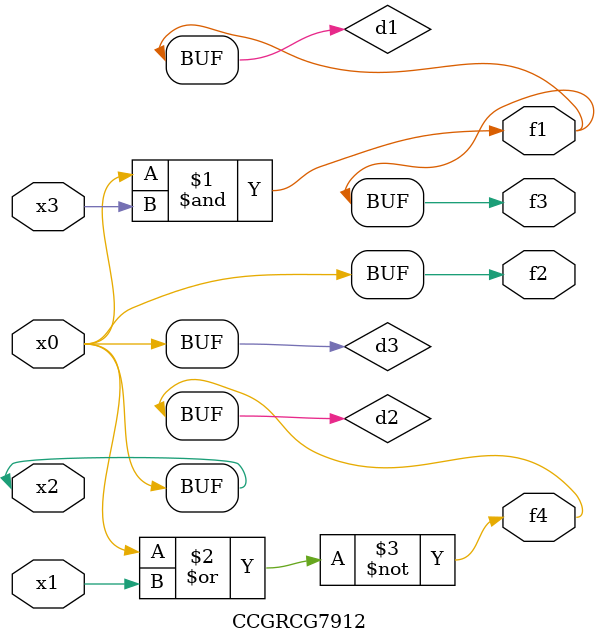
<source format=v>
module CCGRCG7912(
	input x0, x1, x2, x3,
	output f1, f2, f3, f4
);

	wire d1, d2, d3;

	and (d1, x2, x3);
	nor (d2, x0, x1);
	buf (d3, x0, x2);
	assign f1 = d1;
	assign f2 = d3;
	assign f3 = d1;
	assign f4 = d2;
endmodule

</source>
